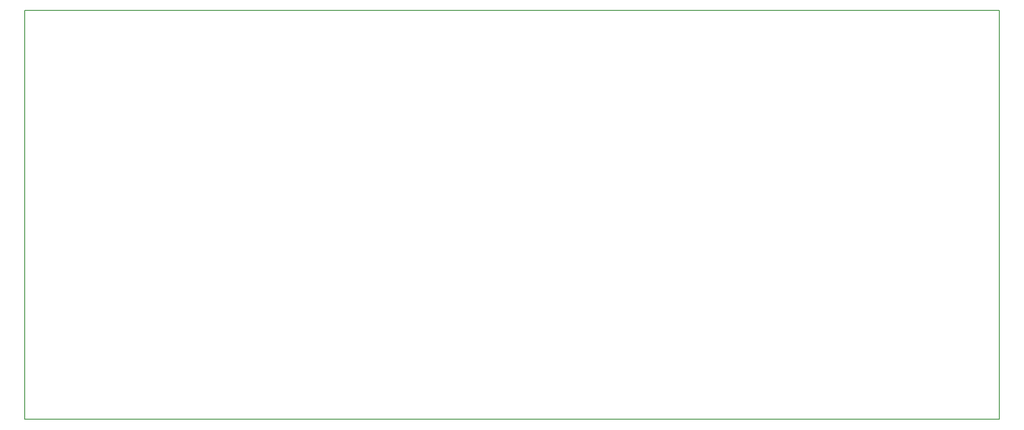
<source format=gbr>
G04 #@! TF.FileFunction,Profile,NP*
%FSLAX46Y46*%
G04 Gerber Fmt 4.6, Leading zero omitted, Abs format (unit mm)*
G04 Created by KiCad (PCBNEW 4.0.6-e0-6349~53~ubuntu16.04.1) date Mon Jul 24 21:10:43 2017*
%MOMM*%
%LPD*%
G01*
G04 APERTURE LIST*
%ADD10C,0.100000*%
%ADD11C,0.150000*%
G04 APERTURE END LIST*
D10*
D11*
X55245000Y-132080000D02*
X55245000Y-52070000D01*
X245745000Y-132080000D02*
X55245000Y-132080000D01*
X245745000Y-52070000D02*
X245745000Y-132080000D01*
X55245000Y-52070000D02*
X245745000Y-52070000D01*
M02*

</source>
